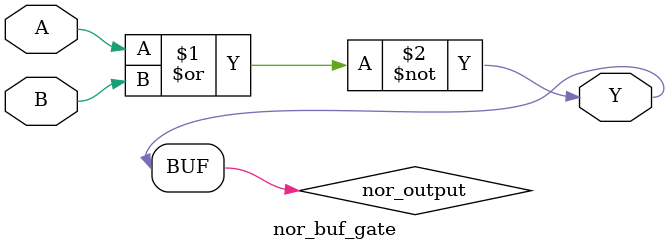
<source format=v>
module nor_buf_gate(A, B, Y);
    input A, B;
    output Y;
    wire nor_output;

    // NOR gate for A and B
    nor (nor_output, A, B);
    
    // Buffer to pass the NOR output through
    buf (Y, nor_output);
endmodule

</source>
